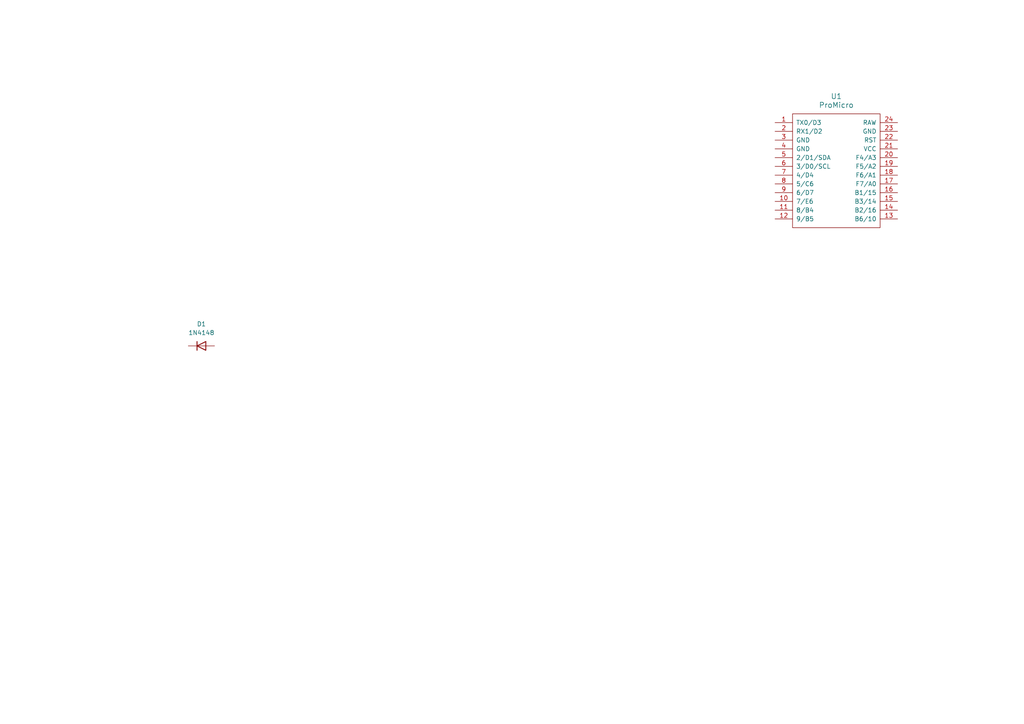
<source format=kicad_sch>
(kicad_sch (version 20250114) (generator "eeschema") (generator_version "9.0")
  (paper "A4")
  (lib_symbols
    (symbol "Diode:1N4148" (pin_numbers (hide yes)) (pin_names (hide yes))
      (property "Reference" "D" (at 0 2.54 0))
      (property "Value" "1N4148" (at 0 -2.54 0))
      (symbol "1N4148_0_1"
        (polyline (pts (xy -1.27 1.27) (xy -1.27 -1.27)) (stroke (width 0.254)))
        (polyline (pts (xy 1.27 1.27) (xy 1.27 -1.27) (xy -1.27 0) (xy 1.27 1.27)) (stroke (width 0.254)))
        (polyline (pts (xy 1.27 0) (xy -1.27 0)))
      )
      (symbol "1N4148_1_1"
        (pin passive line (at -3.81 0 0) (length 2.54) (name "K") (number "1"))
        (pin passive line (at 3.81 0 180) (length 2.54) (name "A") (number "2"))
      )
    )
    (symbol "kbd:ProMicro" (pin_names (offset 1.016))
      (property "Reference" "U" (at 0 19.05 0))
      (property "Value" "ProMicro" (at 0 -19.05 0))
      (symbol "ProMicro_0_1"
        (rectangle (start -12.7 16.51) (end 12.7 -16.51))
      )
      (symbol "ProMicro_1_1"
        (pin bidirectional line (at -17.78 13.97 0) (length 5.08) (name "TX0/D3") (number "1"))
        (pin bidirectional line (at -17.78 11.43 0) (length 5.08) (name "RX1/D2") (number "2"))
        (pin power_in line (at -17.78 8.89 0) (length 5.08) (name "GND") (number "3"))
        (pin power_in line (at -17.78 6.35 0) (length 5.08) (name "GND") (number "4"))
        (pin bidirectional line (at -17.78 3.81 0) (length 5.08) (name "2/D1/SDA") (number "5"))
        (pin bidirectional line (at -17.78 1.27 0) (length 5.08) (name "3/D0/SCL") (number "6"))
        (pin bidirectional line (at -17.78 -1.27 0) (length 5.08) (name "4/D4") (number "7"))
        (pin bidirectional line (at -17.78 -3.81 0) (length 5.08) (name "5/C6") (number "8"))
        (pin bidirectional line (at -17.78 -6.35 0) (length 5.08) (name "6/D7") (number "9"))
        (pin bidirectional line (at -17.78 -8.89 0) (length 5.08) (name "7/E6") (number "10"))
        (pin bidirectional line (at -17.78 -11.43 0) (length 5.08) (name "8/B4") (number "11"))
        (pin bidirectional line (at -17.78 -13.97 0) (length 5.08) (name "9/B5") (number "12"))
        (pin power_out line (at 17.78 13.97 180) (length 5.08) (name "RAW") (number "24"))
        (pin power_in line (at 17.78 11.43 180) (length 5.08) (name "GND") (number "23"))
        (pin input line (at 17.78 8.89 180) (length 5.08) (name "RST") (number "22"))
        (pin power_in line (at 17.78 6.35 180) (length 5.08) (name "VCC") (number "21"))
        (pin bidirectional line (at 17.78 3.81 180) (length 5.08) (name "F4/A3") (number "20"))
        (pin bidirectional line (at 17.78 1.27 180) (length 5.08) (name "F5/A2") (number "19"))
        (pin bidirectional line (at 17.78 -1.27 180) (length 5.08) (name "F6/A1") (number "18"))
        (pin bidirectional line (at 17.78 -3.81 180) (length 5.08) (name "F7/A0") (number "17"))
        (pin bidirectional line (at 17.78 -6.35 180) (length 5.08) (name "B1/15") (number "16"))
        (pin bidirectional line (at 17.78 -8.89 180) (length 5.08) (name "B3/14") (number "15"))
        (pin bidirectional line (at 17.78 -11.43 180) (length 5.08) (name "B2/16") (number "14"))
        (pin bidirectional line (at 17.78 -13.97 180) (length 5.08) (name "B6/10") (number "13"))
      )
    )
  )
  (symbol (lib_id "kbd:ProMicro") (at 242.57 49.53 0) (unit 1)
    (property "Reference" "U1" (at 242.57 27.94 0) (effects (font (size 1.524 1.524))))
    (property "Value" "ProMicro" (at 242.57 30.48 0) (effects (font (size 1.524 1.524))))
  )
  (symbol (lib_id "Diode:1N4148") (at 58.42 100.33 0) (unit 1)
    (property "Reference" "D1" (at 58.42 93.98 0))
    (property "Value" "1N4148" (at 58.42 96.52 0))
    (property "Footprint" "Diode_THT:D_DO-35_SOD27_P7.62mm_Horizontal" (effects (hide yes)))
    (property "Datasheet" "https://assets.nexperia.com/documents/data-sheet/1N4148_1N4448.pdf" (effects (hide yes)))
    (property "Description" "100V 0.15A standard switching diode, DO-35" (effects (hide yes)))
    (property "Sim.Device" "D" (effects (hide yes)))
    (property "Sim.Pins" "1=K 2=A" (effects (hide yes)))
  )
)
</source>
